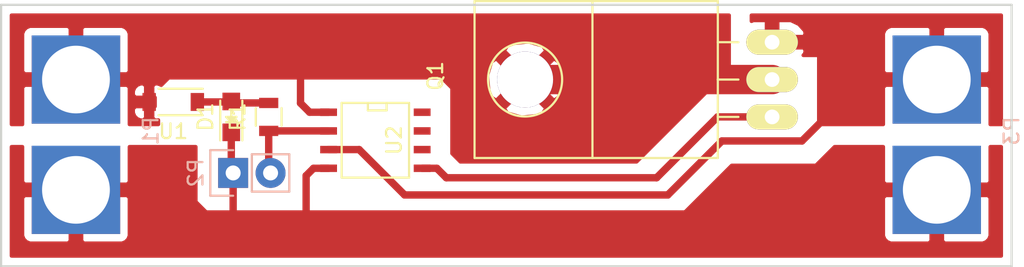
<source format=kicad_pcb>
(kicad_pcb (version 4) (host pcbnew 4.0.4+e1-6308~48~ubuntu16.04.1-stable)

  (general
    (links 15)
    (no_connects 0)
    (area 106.604999 65.510999 176.335 83.895001)
    (thickness 1.6)
    (drawings 4)
    (tracks 31)
    (zones 0)
    (modules 8)
    (nets 7)
  )

  (page A4)
  (layers
    (0 F.Cu signal)
    (31 B.Cu signal)
    (32 B.Adhes user)
    (33 F.Adhes user)
    (34 B.Paste user)
    (35 F.Paste user)
    (36 B.SilkS user)
    (37 F.SilkS user)
    (38 B.Mask user)
    (39 F.Mask user)
    (40 Dwgs.User user)
    (41 Cmts.User user)
    (42 Eco1.User user)
    (43 Eco2.User user)
    (44 Edge.Cuts user)
    (45 Margin user)
    (46 B.CrtYd user)
    (47 F.CrtYd user)
    (48 B.Fab user hide)
    (49 F.Fab user hide)
  )

  (setup
    (last_trace_width 0.5)
    (user_trace_width 0.4)
    (user_trace_width 0.5)
    (user_trace_width 0.6)
    (user_trace_width 1)
    (user_trace_width 2)
    (user_trace_width 3)
    (user_trace_width 4)
    (trace_clearance 0.2)
    (zone_clearance 0.508)
    (zone_45_only no)
    (trace_min 0.2)
    (segment_width 0.2)
    (edge_width 0.15)
    (via_size 0.6)
    (via_drill 0.4)
    (via_min_size 0.4)
    (via_min_drill 0.3)
    (uvia_size 0.3)
    (uvia_drill 0.1)
    (uvias_allowed no)
    (uvia_min_size 0.2)
    (uvia_min_drill 0.1)
    (pcb_text_width 0.3)
    (pcb_text_size 1.5 1.5)
    (mod_edge_width 0.15)
    (mod_text_size 1 1)
    (mod_text_width 0.15)
    (pad_size 1.524 1.524)
    (pad_drill 0.762)
    (pad_to_mask_clearance 0.2)
    (aux_axis_origin 0 0)
    (visible_elements FFFFFF7F)
    (pcbplotparams
      (layerselection 0x01000_00000001)
      (usegerberextensions false)
      (excludeedgelayer true)
      (linewidth 0.100000)
      (plotframeref false)
      (viasonmask false)
      (mode 1)
      (useauxorigin false)
      (hpglpennumber 1)
      (hpglpenspeed 20)
      (hpglpendiameter 15)
      (hpglpenoverlay 2)
      (psnegative false)
      (psa4output false)
      (plotreference true)
      (plotvalue true)
      (plotinvisibletext false)
      (padsonsilk false)
      (subtractmaskfromsilk false)
      (outputformat 1)
      (mirror false)
      (drillshape 0)
      (scaleselection 1)
      (outputdirectory /media/mdh/ALEX_A/))
  )

  (net 0 "")
  (net 1 "Net-(D1-Pad2)")
  (net 2 /In-)
  (net 3 /In+)
  (net 4 "Net-(P2-Pad2)")
  (net 5 /Out+)
  (net 6 "Net-(Q1-Pad1)")

  (net_class Default "This is the default net class."
    (clearance 0.2)
    (trace_width 0.25)
    (via_dia 0.6)
    (via_drill 0.4)
    (uvia_dia 0.3)
    (uvia_drill 0.1)
    (add_net /In+)
    (add_net /In-)
    (add_net /Out+)
    (add_net "Net-(D1-Pad2)")
    (add_net "Net-(P2-Pad2)")
    (add_net "Net-(Q1-Pad1)")
  )

  (module LEDs:LED_0805 (layer F.Cu) (tedit 55BDE1C2) (tstamp 582199ED)
    (at 122.301 73.66 90)
    (descr "LED 0805 smd package")
    (tags "LED 0805 SMD")
    (path /58219A71)
    (attr smd)
    (fp_text reference D1 (at 0 -1.75 90) (layer F.SilkS)
      (effects (font (size 1 1) (thickness 0.15)))
    )
    (fp_text value LED (at 0 1.75 90) (layer F.Fab)
      (effects (font (size 1 1) (thickness 0.15)))
    )
    (fp_line (start -0.4 -0.3) (end -0.4 0.3) (layer F.Fab) (width 0.15))
    (fp_line (start -0.3 0) (end 0 -0.3) (layer F.Fab) (width 0.15))
    (fp_line (start 0 0.3) (end -0.3 0) (layer F.Fab) (width 0.15))
    (fp_line (start 0 -0.3) (end 0 0.3) (layer F.Fab) (width 0.15))
    (fp_line (start 1 -0.6) (end -1 -0.6) (layer F.Fab) (width 0.15))
    (fp_line (start 1 0.6) (end 1 -0.6) (layer F.Fab) (width 0.15))
    (fp_line (start -1 0.6) (end 1 0.6) (layer F.Fab) (width 0.15))
    (fp_line (start -1 -0.6) (end -1 0.6) (layer F.Fab) (width 0.15))
    (fp_line (start -1.6 0.75) (end 1.1 0.75) (layer F.SilkS) (width 0.15))
    (fp_line (start -1.6 -0.75) (end 1.1 -0.75) (layer F.SilkS) (width 0.15))
    (fp_line (start -0.1 0.15) (end -0.1 -0.1) (layer F.SilkS) (width 0.15))
    (fp_line (start -0.1 -0.1) (end -0.25 0.05) (layer F.SilkS) (width 0.15))
    (fp_line (start -0.35 -0.35) (end -0.35 0.35) (layer F.SilkS) (width 0.15))
    (fp_line (start 0 0) (end 0.35 0) (layer F.SilkS) (width 0.15))
    (fp_line (start -0.35 0) (end 0 -0.35) (layer F.SilkS) (width 0.15))
    (fp_line (start 0 -0.35) (end 0 0.35) (layer F.SilkS) (width 0.15))
    (fp_line (start 0 0.35) (end -0.35 0) (layer F.SilkS) (width 0.15))
    (fp_line (start 1.9 -0.95) (end 1.9 0.95) (layer F.CrtYd) (width 0.05))
    (fp_line (start 1.9 0.95) (end -1.9 0.95) (layer F.CrtYd) (width 0.05))
    (fp_line (start -1.9 0.95) (end -1.9 -0.95) (layer F.CrtYd) (width 0.05))
    (fp_line (start -1.9 -0.95) (end 1.9 -0.95) (layer F.CrtYd) (width 0.05))
    (pad 2 smd rect (at 1.04902 0 270) (size 1.19888 1.19888) (layers F.Cu F.Paste F.Mask)
      (net 1 "Net-(D1-Pad2)"))
    (pad 1 smd rect (at -1.04902 0 270) (size 1.19888 1.19888) (layers F.Cu F.Paste F.Mask)
      (net 2 /In-))
    (model LEDs.3dshapes/LED_0805.wrl
      (at (xyz 0 0 0))
      (scale (xyz 1 1 1))
      (rotate (xyz 0 0 0))
    )
  )

  (module KiCad-Dev:XT60 (layer B.Cu) (tedit 581F53A9) (tstamp 582199F3)
    (at 111.76 78.62 90)
    (tags "XT60 conn")
    (path /5821A0EB)
    (fp_text reference P1 (at 4 5.08 90) (layer B.SilkS)
      (effects (font (size 1 1) (thickness 0.15)) (justify mirror))
    )
    (fp_text value CONN_XT60 (at 3.81 5 90) (layer B.Fab)
      (effects (font (size 1 1) (thickness 0.15)) (justify mirror))
    )
    (fp_line (start -4.5 -2) (end -4.5 2) (layer Dwgs.User) (width 0.15))
    (fp_line (start -4.5 -2) (end -2.5 -4) (layer Dwgs.User) (width 0.15))
    (fp_line (start -4.5 2) (end -2.5 4) (layer Dwgs.User) (width 0.15))
    (fp_line (start 11.5 -4) (end -2.5 -4) (layer Dwgs.User) (width 0.15))
    (fp_line (start -2.5 4) (end 11.5 4) (layer Dwgs.User) (width 0.15))
    (fp_line (start 11.5 -4) (end 11.5 4) (layer Dwgs.User) (width 0.15))
    (pad 1 thru_hole rect (at 0 0 90) (size 6 6) (drill 4.6) (layers *.Cu *.Mask)
      (net 2 /In-))
    (pad 2 thru_hole rect (at 7.5 0 90) (size 6 6) (drill 4.6) (layers *.Cu *.Mask)
      (net 3 /In+))
  )

  (module Pin_Headers:Pin_Header_Straight_1x02 (layer B.Cu) (tedit 54EA090C) (tstamp 582199F9)
    (at 122.428 77.47 270)
    (descr "Through hole pin header")
    (tags "pin header")
    (path /58219D5A)
    (fp_text reference P2 (at 0 2.54 270) (layer B.SilkS)
      (effects (font (size 1 1) (thickness 0.15)) (justify mirror))
    )
    (fp_text value CONN_01X02 (at 0 3.1 270) (layer B.Fab)
      (effects (font (size 1 1) (thickness 0.15)) (justify mirror))
    )
    (fp_line (start 1.27 -1.27) (end 1.27 -3.81) (layer B.SilkS) (width 0.15))
    (fp_line (start 1.55 1.55) (end 1.55 0) (layer B.SilkS) (width 0.15))
    (fp_line (start -1.75 1.75) (end -1.75 -4.3) (layer B.CrtYd) (width 0.05))
    (fp_line (start 1.75 1.75) (end 1.75 -4.3) (layer B.CrtYd) (width 0.05))
    (fp_line (start -1.75 1.75) (end 1.75 1.75) (layer B.CrtYd) (width 0.05))
    (fp_line (start -1.75 -4.3) (end 1.75 -4.3) (layer B.CrtYd) (width 0.05))
    (fp_line (start 1.27 -1.27) (end -1.27 -1.27) (layer B.SilkS) (width 0.15))
    (fp_line (start -1.55 0) (end -1.55 1.55) (layer B.SilkS) (width 0.15))
    (fp_line (start -1.55 1.55) (end 1.55 1.55) (layer B.SilkS) (width 0.15))
    (fp_line (start -1.27 -1.27) (end -1.27 -3.81) (layer B.SilkS) (width 0.15))
    (fp_line (start -1.27 -3.81) (end 1.27 -3.81) (layer B.SilkS) (width 0.15))
    (pad 1 thru_hole rect (at 0 0 270) (size 2.032 2.032) (drill 1.016) (layers *.Cu *.Mask)
      (net 2 /In-))
    (pad 2 thru_hole oval (at 0 -2.54 270) (size 2.032 2.032) (drill 1.016) (layers *.Cu *.Mask)
      (net 4 "Net-(P2-Pad2)"))
    (model Pin_Headers.3dshapes/Pin_Header_Straight_1x02.wrl
      (at (xyz 0 -0.05 0))
      (scale (xyz 1 1 1))
      (rotate (xyz 0 0 90))
    )
  )

  (module KiCad-Dev:XT60 (layer B.Cu) (tedit 581F53A9) (tstamp 582199FF)
    (at 170.18 78.62 90)
    (tags "XT60 conn")
    (path /58219FF4)
    (fp_text reference P3 (at 4 5.08 90) (layer B.SilkS)
      (effects (font (size 1 1) (thickness 0.15)) (justify mirror))
    )
    (fp_text value CONN_XT60 (at 3.81 5 90) (layer B.Fab)
      (effects (font (size 1 1) (thickness 0.15)) (justify mirror))
    )
    (fp_line (start -4.5 -2) (end -4.5 2) (layer Dwgs.User) (width 0.15))
    (fp_line (start -4.5 -2) (end -2.5 -4) (layer Dwgs.User) (width 0.15))
    (fp_line (start -4.5 2) (end -2.5 4) (layer Dwgs.User) (width 0.15))
    (fp_line (start 11.5 -4) (end -2.5 -4) (layer Dwgs.User) (width 0.15))
    (fp_line (start -2.5 4) (end 11.5 4) (layer Dwgs.User) (width 0.15))
    (fp_line (start 11.5 -4) (end 11.5 4) (layer Dwgs.User) (width 0.15))
    (pad 1 thru_hole rect (at 0 0 90) (size 6 6) (drill 4.6) (layers *.Cu *.Mask)
      (net 2 /In-))
    (pad 2 thru_hole rect (at 7.5 0 90) (size 6 6) (drill 4.6) (layers *.Cu *.Mask)
      (net 5 /Out+))
  )

  (module KiCad-Dev:TO-220_Horizontal_LargePads_HeatsinkPad (layer F.Cu) (tedit 5818BBC2) (tstamp 58219A07)
    (at 159.004 71.12 90)
    (descr TO-220)
    (tags TO-220)
    (path /5821986A)
    (fp_text reference Q1 (at 0.24892 -22.84984 90) (layer F.SilkS)
      (effects (font (size 1 1) (thickness 0.15)))
    )
    (fp_text value IRFB7537PbF (at -0.20066 4.24942 90) (layer F.Fab)
      (effects (font (size 1 1) (thickness 0.15)))
    )
    (fp_line (start -2.54 -3.683) (end -2.54 -2.286) (layer F.SilkS) (width 0.15))
    (fp_line (start 0 -3.683) (end 0 -2.286) (layer F.SilkS) (width 0.15))
    (fp_line (start 2.54 -3.683) (end 2.54 -2.286) (layer F.SilkS) (width 0.15))
    (fp_circle (center 0 -16.764) (end 1.778 -14.986) (layer F.SilkS) (width 0.15))
    (fp_line (start 5.334 -12.192) (end 5.334 -20.193) (layer F.SilkS) (width 0.15))
    (fp_line (start 5.334 -20.193) (end -5.334 -20.193) (layer F.SilkS) (width 0.15))
    (fp_line (start -5.334 -20.193) (end -5.334 -12.192) (layer F.SilkS) (width 0.15))
    (fp_line (start 5.334 -3.683) (end 5.334 -12.192) (layer F.SilkS) (width 0.15))
    (fp_line (start 5.334 -12.192) (end -5.334 -12.192) (layer F.SilkS) (width 0.15))
    (fp_line (start -5.334 -12.192) (end -5.334 -3.683) (layer F.SilkS) (width 0.15))
    (fp_line (start 0 -3.683) (end -5.334 -3.683) (layer F.SilkS) (width 0.15))
    (fp_line (start 0 -3.683) (end 5.334 -3.683) (layer F.SilkS) (width 0.15))
    (pad 2 thru_hole oval (at 0 0 180) (size 3.50012 1.69926) (drill 1.00076) (layers *.Cu *.Mask F.SilkS)
      (net 3 /In+))
    (pad 1 thru_hole oval (at -2.54 0 180) (size 3.50012 1.69926) (drill 1.00076) (layers *.Cu *.Mask F.SilkS)
      (net 6 "Net-(Q1-Pad1)"))
    (pad 3 thru_hole oval (at 2.54 0 180) (size 3.50012 1.69926) (drill 1.00076) (layers *.Cu *.Mask F.SilkS)
      (net 5 /Out+))
    (pad 2 thru_hole circle (at 0 -16.764 180) (size 3.79984 3.79984) (drill 3.79984) (layers *.Cu *.Mask)
      (net 3 /In+))
    (model TO_SOT_Packages_THT.3dshapes/TO-220_Neutral123_Horizontal_LargePads.wrl
      (at (xyz 0 0 0))
      (scale (xyz 0.3937 0.3937 0.3937))
      (rotate (xyz 0 0 0))
    )
  )

  (module Resistors_SMD:R_0805 (layer F.Cu) (tedit 5415CDEB) (tstamp 58219A0D)
    (at 124.841 73.66 90)
    (descr "Resistor SMD 0805, reflow soldering, Vishay (see dcrcw.pdf)")
    (tags "resistor 0805")
    (path /58219C65)
    (attr smd)
    (fp_text reference R1 (at 0 -2.1 90) (layer F.SilkS)
      (effects (font (size 1 1) (thickness 0.15)))
    )
    (fp_text value 10k (at 0 2.1 90) (layer F.Fab)
      (effects (font (size 1 1) (thickness 0.15)))
    )
    (fp_line (start -1.6 -1) (end 1.6 -1) (layer F.CrtYd) (width 0.05))
    (fp_line (start -1.6 1) (end 1.6 1) (layer F.CrtYd) (width 0.05))
    (fp_line (start -1.6 -1) (end -1.6 1) (layer F.CrtYd) (width 0.05))
    (fp_line (start 1.6 -1) (end 1.6 1) (layer F.CrtYd) (width 0.05))
    (fp_line (start 0.6 0.875) (end -0.6 0.875) (layer F.SilkS) (width 0.15))
    (fp_line (start -0.6 -0.875) (end 0.6 -0.875) (layer F.SilkS) (width 0.15))
    (pad 1 smd rect (at -0.95 0 90) (size 0.7 1.3) (layers F.Cu F.Paste F.Mask)
      (net 4 "Net-(P2-Pad2)"))
    (pad 2 smd rect (at 0.95 0 90) (size 0.7 1.3) (layers F.Cu F.Paste F.Mask)
      (net 1 "Net-(D1-Pad2)"))
    (model Resistors_SMD.3dshapes/R_0805.wrl
      (at (xyz 0 0 0))
      (scale (xyz 1 1 1))
      (rotate (xyz 0 0 0))
    )
  )

  (module Diodes_SMD:SOD-123 (layer F.Cu) (tedit 5753A53E) (tstamp 58219A13)
    (at 118.364 72.644 180)
    (descr SOD-123)
    (tags SOD-123)
    (path /58219A96)
    (attr smd)
    (fp_text reference U1 (at 0 -2 180) (layer F.SilkS)
      (effects (font (size 1 1) (thickness 0.15)))
    )
    (fp_text value NSI45020AT1G (at 0 2.1 180) (layer F.Fab)
      (effects (font (size 1 1) (thickness 0.15)))
    )
    (fp_line (start 0.25 0) (end 0.75 0) (layer F.Fab) (width 0.15))
    (fp_line (start 0.25 0.4) (end -0.35 0) (layer F.Fab) (width 0.15))
    (fp_line (start 0.25 -0.4) (end 0.25 0.4) (layer F.Fab) (width 0.15))
    (fp_line (start -0.35 0) (end 0.25 -0.4) (layer F.Fab) (width 0.15))
    (fp_line (start -0.35 0) (end -0.35 0.55) (layer F.Fab) (width 0.15))
    (fp_line (start -0.35 0) (end -0.35 -0.55) (layer F.Fab) (width 0.15))
    (fp_line (start -0.75 0) (end -0.35 0) (layer F.Fab) (width 0.15))
    (fp_line (start -1.35 0.8) (end -1.35 -0.8) (layer F.Fab) (width 0.15))
    (fp_line (start 1.35 0.8) (end -1.35 0.8) (layer F.Fab) (width 0.15))
    (fp_line (start 1.35 -0.8) (end 1.35 0.8) (layer F.Fab) (width 0.15))
    (fp_line (start -1.35 -0.8) (end 1.35 -0.8) (layer F.Fab) (width 0.15))
    (fp_line (start -2.25 -1.05) (end 2.25 -1.05) (layer F.CrtYd) (width 0.05))
    (fp_line (start 2.25 -1.05) (end 2.25 1.05) (layer F.CrtYd) (width 0.05))
    (fp_line (start 2.25 1.05) (end -2.25 1.05) (layer F.CrtYd) (width 0.05))
    (fp_line (start -2.25 -1.05) (end -2.25 1.05) (layer F.CrtYd) (width 0.05))
    (fp_line (start -2 0.9) (end 1 0.9) (layer F.SilkS) (width 0.15))
    (fp_line (start -2 -0.9) (end 1 -0.9) (layer F.SilkS) (width 0.15))
    (pad 1 smd rect (at -1.635 0 180) (size 0.91 1.22) (layers F.Cu F.Paste F.Mask)
      (net 1 "Net-(D1-Pad2)"))
    (pad 2 smd rect (at 1.635 0 180) (size 0.91 1.22) (layers F.Cu F.Paste F.Mask)
      (net 3 /In+))
    (model ${KISYS3DMOD}/Diodes_SMD.3dshapes/SOD-123.wrl
      (at (xyz 0 0 0))
      (scale (xyz 1 1 1))
      (rotate (xyz 0 0 0))
    )
  )

  (module SMD_Packages:SOIC-8-N (layer F.Cu) (tedit 0) (tstamp 58219A1F)
    (at 132.08 75.2475 270)
    (descr "Module Narrow CMS SOJ 8 pins large")
    (tags "CMS SOJ")
    (path /582199B7)
    (attr smd)
    (fp_text reference U2 (at 0 -1.27 270) (layer F.SilkS)
      (effects (font (size 1 1) (thickness 0.15)))
    )
    (fp_text value MIC5014 (at 0 1.27 270) (layer F.Fab)
      (effects (font (size 1 1) (thickness 0.15)))
    )
    (fp_line (start -2.54 -2.286) (end 2.54 -2.286) (layer F.SilkS) (width 0.15))
    (fp_line (start 2.54 -2.286) (end 2.54 2.286) (layer F.SilkS) (width 0.15))
    (fp_line (start 2.54 2.286) (end -2.54 2.286) (layer F.SilkS) (width 0.15))
    (fp_line (start -2.54 2.286) (end -2.54 -2.286) (layer F.SilkS) (width 0.15))
    (fp_line (start -2.54 -0.762) (end -2.032 -0.762) (layer F.SilkS) (width 0.15))
    (fp_line (start -2.032 -0.762) (end -2.032 0.508) (layer F.SilkS) (width 0.15))
    (fp_line (start -2.032 0.508) (end -2.54 0.508) (layer F.SilkS) (width 0.15))
    (pad 8 smd rect (at -1.905 -3.175 270) (size 0.508 1.143) (layers F.Cu F.Paste F.Mask))
    (pad 7 smd rect (at -0.635 -3.175 270) (size 0.508 1.143) (layers F.Cu F.Paste F.Mask))
    (pad 6 smd rect (at 0.635 -3.175 270) (size 0.508 1.143) (layers F.Cu F.Paste F.Mask))
    (pad 5 smd rect (at 1.905 -3.175 270) (size 0.508 1.143) (layers F.Cu F.Paste F.Mask)
      (net 6 "Net-(Q1-Pad1)"))
    (pad 4 smd rect (at 1.905 3.175 270) (size 0.508 1.143) (layers F.Cu F.Paste F.Mask)
      (net 2 /In-))
    (pad 3 smd rect (at 0.635 3.175 270) (size 0.508 1.143) (layers F.Cu F.Paste F.Mask)
      (net 5 /Out+))
    (pad 2 smd rect (at -0.635 3.175 270) (size 0.508 1.143) (layers F.Cu F.Paste F.Mask)
      (net 4 "Net-(P2-Pad2)"))
    (pad 1 smd rect (at -1.905 3.175 270) (size 0.508 1.143) (layers F.Cu F.Paste F.Mask)
      (net 3 /In+))
    (model SMD_Packages.3dshapes/SOIC-8-N.wrl
      (at (xyz 0 0 0))
      (scale (xyz 0.5 0.38 0.5))
      (rotate (xyz 0 0 0))
    )
  )

  (gr_line (start 106.68 66.04) (end 175.26 66.04) (layer Edge.Cuts) (width 0.15))
  (gr_line (start 106.68 83.82) (end 106.68 66.04) (layer Edge.Cuts) (width 0.15))
  (gr_line (start 175.26 83.82) (end 106.68 83.82) (layer Edge.Cuts) (width 0.15))
  (gr_line (start 175.26 66.04) (end 175.26 83.82) (layer Edge.Cuts) (width 0.15))

  (segment (start 119.999 72.644) (end 122.26798 72.644) (width 0.5) (layer F.Cu) (net 1))
  (segment (start 122.26798 72.644) (end 122.301 72.61098) (width 0.5) (layer F.Cu) (net 1))
  (segment (start 124.841 72.71) (end 122.40002 72.71) (width 0.5) (layer F.Cu) (net 1))
  (segment (start 122.40002 72.71) (end 122.301 72.61098) (width 0.5) (layer F.Cu) (net 1))
  (segment (start 120.065 72.71) (end 119.999 72.644) (width 0.5) (layer F.Cu) (net 1))
  (segment (start 122.40002 72.456) (end 122.301 72.35698) (width 0.5) (layer F.Cu) (net 1))
  (segment (start 122.428 77.47) (end 122.428 80.518) (width 0.5) (layer F.Cu) (net 2))
  (segment (start 128.905 77.1525) (end 127.883456 77.1525) (width 0.5) (layer F.Cu) (net 2))
  (segment (start 127.883456 77.1525) (end 127.381 77.654956) (width 0.5) (layer F.Cu) (net 2))
  (segment (start 127.381 77.654956) (end 127.381 80.772) (width 0.5) (layer F.Cu) (net 2))
  (segment (start 122.301 74.70902) (end 122.301 77.343) (width 0.5) (layer F.Cu) (net 2))
  (segment (start 122.301 77.343) (end 122.428 77.47) (width 0.5) (layer F.Cu) (net 2))
  (segment (start 128.905 73.3425) (end 127.617195 73.3425) (width 0.5) (layer F.Cu) (net 3))
  (segment (start 127.617195 73.3425) (end 127 72.725305) (width 0.5) (layer F.Cu) (net 3))
  (segment (start 127 72.725305) (end 127 69.215) (width 0.5) (layer F.Cu) (net 3))
  (segment (start 159.004 71.12) (end 142.24 71.12) (width 2) (layer F.Cu) (net 3))
  (segment (start 128.905 74.6125) (end 124.8435 74.6125) (width 0.5) (layer F.Cu) (net 4))
  (segment (start 124.8435 74.6125) (end 124.841 74.61) (width 0.5) (layer F.Cu) (net 4))
  (segment (start 124.841 74.61) (end 124.841 77.343) (width 0.5) (layer F.Cu) (net 4))
  (segment (start 124.841 77.343) (end 124.968 77.47) (width 0.5) (layer F.Cu) (net 4))
  (segment (start 128.905 75.8825) (end 130.980105 75.8825) (width 0.5) (layer F.Cu) (net 5))
  (segment (start 130.980105 75.8825) (end 134.064894 78.967289) (width 0.5) (layer F.Cu) (net 5))
  (segment (start 134.064894 78.967289) (end 151.924829 78.967289) (width 0.5) (layer F.Cu) (net 5))
  (segment (start 151.924829 78.967289) (end 155.596386 75.295732) (width 0.5) (layer F.Cu) (net 5))
  (segment (start 155.596386 75.295732) (end 161.030792 75.295732) (width 0.5) (layer F.Cu) (net 5))
  (segment (start 161.030792 75.295732) (end 162.666524 73.66) (width 0.5) (layer F.Cu) (net 5))
  (segment (start 135.255 77.1525) (end 136.249404 77.1525) (width 0.5) (layer F.Cu) (net 6))
  (segment (start 136.249404 77.1525) (end 136.892587 77.795683) (width 0.5) (layer F.Cu) (net 6))
  (segment (start 136.892587 77.795683) (end 151.168072 77.795683) (width 0.5) (layer F.Cu) (net 6))
  (segment (start 151.168072 77.795683) (end 155.303755 73.66) (width 0.5) (layer F.Cu) (net 6))
  (segment (start 155.303755 73.66) (end 159.004 73.66) (width 0.5) (layer F.Cu) (net 6))

  (zone (net 5) (net_name /Out+) (layer F.Cu) (tstamp 0) (hatch edge 0.508)
    (connect_pads (clearance 0.508))
    (min_thickness 0.254)
    (fill yes (arc_segments 16) (thermal_gap 0.508) (thermal_bridge_width 1))
    (polygon
      (pts
        (xy 175.26 74.295) (xy 175.26 66.04) (xy 157.48 66.04) (xy 157.48 69.596) (xy 162.052 69.596)
        (xy 162.052 74.295)
      )
    )
    (filled_polygon
      (pts
        (xy 174.55 74.168) (xy 173.815 74.168) (xy 173.815 71.65175) (xy 173.65625 71.493) (xy 170.553 71.493)
        (xy 170.553 71.513) (xy 169.807 71.513) (xy 169.807 71.493) (xy 166.70375 71.493) (xy 166.545 71.65175)
        (xy 166.545 74.168) (xy 162.179 74.168) (xy 162.179 69.596) (xy 162.168994 69.54659) (xy 162.140553 69.504965)
        (xy 162.098159 69.477685) (xy 162.052 69.469) (xy 161.124788 69.469) (xy 161.217972 69.366041) (xy 161.265398 69.173206)
        (xy 161.176762 68.953) (xy 159.377 68.953) (xy 159.377 68.973) (xy 158.631 68.973) (xy 158.631 68.953)
        (xy 158.611 68.953) (xy 158.611 68.207) (xy 158.631 68.207) (xy 158.631 67.09537) (xy 159.377 67.09537)
        (xy 159.377 68.207) (xy 161.176762 68.207) (xy 161.262621 67.993691) (xy 166.545 67.993691) (xy 166.545 70.58825)
        (xy 166.70375 70.747) (xy 169.807 70.747) (xy 169.807 67.64375) (xy 170.553 67.64375) (xy 170.553 70.747)
        (xy 173.65625 70.747) (xy 173.815 70.58825) (xy 173.815 67.993691) (xy 173.718327 67.760302) (xy 173.539699 67.581673)
        (xy 173.30631 67.485) (xy 170.71175 67.485) (xy 170.553 67.64375) (xy 169.807 67.64375) (xy 169.64825 67.485)
        (xy 167.05369 67.485) (xy 166.820301 67.581673) (xy 166.641673 67.760302) (xy 166.545 67.993691) (xy 161.262621 67.993691)
        (xy 161.265398 67.986794) (xy 161.217972 67.793959) (xy 160.81718 67.351122) (xy 160.27743 67.09537) (xy 159.377 67.09537)
        (xy 158.631 67.09537) (xy 157.73057 67.09537) (xy 157.607 67.153922) (xy 157.607 66.75) (xy 174.55 66.75)
      )
    )
  )
  (zone (net 3) (net_name /In+) (layer F.Cu) (tstamp 0) (hatch edge 0.508)
    (connect_pads (clearance 0.508))
    (min_thickness 0.254)
    (fill yes (arc_segments 16) (thermal_gap 0.508) (thermal_bridge_width 1))
    (polygon
      (pts
        (xy 106.68 66.04) (xy 154.94 66.04) (xy 156.21 66.04) (xy 156.21 70.485) (xy 149.86 76.835)
        (xy 137.795 76.835) (xy 137.16 76.2) (xy 137.16 71.755) (xy 136.525 71.12) (xy 118.11 71.12)
        (xy 117.475 71.755) (xy 117.475 74.295) (xy 106.68 74.295)
      )
    )
    (filled_polygon
      (pts
        (xy 156.083 70.432394) (xy 149.807394 76.708) (xy 137.847606 76.708) (xy 137.287 76.147394) (xy 137.287 73.078674)
        (xy 140.808827 73.078674) (xy 141.038488 73.408326) (xy 142.005651 73.693936) (xy 143.008492 73.587688) (xy 143.441512 73.408326)
        (xy 143.671173 73.078674) (xy 142.24 71.647502) (xy 140.808827 73.078674) (xy 137.287 73.078674) (xy 137.287 71.755)
        (xy 137.276994 71.70559) (xy 137.249803 71.665197) (xy 136.614803 71.030197) (xy 136.572789 71.002334) (xy 136.525 70.993)
        (xy 118.11 70.993) (xy 118.06059 71.003006) (xy 118.020197 71.030197) (xy 117.54921 71.501184) (xy 117.543698 71.495673)
        (xy 117.310309 71.399) (xy 117.11525 71.399) (xy 116.9565 71.55775) (xy 116.9565 72.339) (xy 117.122 72.339)
        (xy 117.122 72.949) (xy 116.9565 72.949) (xy 116.9565 73.73025) (xy 117.11525 73.889) (xy 117.310309 73.889)
        (xy 117.348 73.873388) (xy 117.348 74.168) (xy 115.395 74.168) (xy 115.395 73.10775) (xy 115.639 73.10775)
        (xy 115.639 73.38031) (xy 115.735673 73.613699) (xy 115.914302 73.792327) (xy 116.147691 73.889) (xy 116.34275 73.889)
        (xy 116.5015 73.73025) (xy 116.5015 72.949) (xy 115.79775 72.949) (xy 115.639 73.10775) (xy 115.395 73.10775)
        (xy 115.395 71.90769) (xy 115.639 71.90769) (xy 115.639 72.18025) (xy 115.79775 72.339) (xy 116.5015 72.339)
        (xy 116.5015 71.55775) (xy 116.34275 71.399) (xy 116.147691 71.399) (xy 115.914302 71.495673) (xy 115.735673 71.674301)
        (xy 115.639 71.90769) (xy 115.395 71.90769) (xy 115.395 71.65175) (xy 115.23625 71.493) (xy 112.133 71.493)
        (xy 112.133 71.513) (xy 111.387 71.513) (xy 111.387 71.493) (xy 108.28375 71.493) (xy 108.125 71.65175)
        (xy 108.125 74.168) (xy 107.39 74.168) (xy 107.39 70.885651) (xy 139.666064 70.885651) (xy 139.772312 71.888492)
        (xy 139.951674 72.321512) (xy 140.281326 72.551173) (xy 141.712498 71.12) (xy 142.767502 71.12) (xy 144.198674 72.551173)
        (xy 144.528326 72.321512) (xy 144.813936 71.354349) (xy 144.707688 70.351508) (xy 144.528326 69.918488) (xy 144.198674 69.688827)
        (xy 142.767502 71.12) (xy 141.712498 71.12) (xy 140.281326 69.688827) (xy 139.951674 69.918488) (xy 139.666064 70.885651)
        (xy 107.39 70.885651) (xy 107.39 67.993691) (xy 108.125 67.993691) (xy 108.125 70.58825) (xy 108.28375 70.747)
        (xy 111.387 70.747) (xy 111.387 67.64375) (xy 112.133 67.64375) (xy 112.133 70.747) (xy 115.23625 70.747)
        (xy 115.395 70.58825) (xy 115.395 69.161326) (xy 140.808827 69.161326) (xy 142.24 70.592498) (xy 143.671173 69.161326)
        (xy 143.441512 68.831674) (xy 142.474349 68.546064) (xy 141.471508 68.652312) (xy 141.038488 68.831674) (xy 140.808827 69.161326)
        (xy 115.395 69.161326) (xy 115.395 67.993691) (xy 115.298327 67.760302) (xy 115.119699 67.581673) (xy 114.88631 67.485)
        (xy 112.29175 67.485) (xy 112.133 67.64375) (xy 111.387 67.64375) (xy 111.22825 67.485) (xy 108.63369 67.485)
        (xy 108.400301 67.581673) (xy 108.221673 67.760302) (xy 108.125 67.993691) (xy 107.39 67.993691) (xy 107.39 66.75)
        (xy 156.083 66.75)
      )
    )
  )
  (zone (net 2) (net_name /In-) (layer F.Cu) (tstamp 0) (hatch edge 0.508)
    (connect_pads (clearance 0.508))
    (min_thickness 0.254)
    (fill yes (arc_segments 16) (thermal_gap 0.508) (thermal_bridge_width 1))
    (polygon
      (pts
        (xy 175.26 75.565) (xy 175.26 83.82) (xy 106.68 83.82) (xy 106.68 75.565) (xy 120.015 75.565)
        (xy 120.015 79.375) (xy 120.65 80.01) (xy 123.825 80.01) (xy 153.035 80.01) (xy 156.21 76.835)
        (xy 161.925 76.835) (xy 163.195 75.565)
      )
    )
    (filled_polygon
      (pts
        (xy 108.125 78.08825) (xy 108.28375 78.247) (xy 111.387 78.247) (xy 111.387 78.227) (xy 112.133 78.227)
        (xy 112.133 78.247) (xy 115.23625 78.247) (xy 115.395 78.08825) (xy 115.395 75.692) (xy 119.888 75.692)
        (xy 119.888 79.375) (xy 119.898006 79.42441) (xy 119.925197 79.464803) (xy 120.560197 80.099803) (xy 120.602211 80.127666)
        (xy 120.65 80.137) (xy 153.035 80.137) (xy 153.08441 80.126994) (xy 153.124803 80.099803) (xy 154.072856 79.15175)
        (xy 166.545 79.15175) (xy 166.545 81.746309) (xy 166.641673 81.979698) (xy 166.820301 82.158327) (xy 167.05369 82.255)
        (xy 169.64825 82.255) (xy 169.807 82.09625) (xy 169.807 78.993) (xy 170.553 78.993) (xy 170.553 82.09625)
        (xy 170.71175 82.255) (xy 173.30631 82.255) (xy 173.539699 82.158327) (xy 173.718327 81.979698) (xy 173.815 81.746309)
        (xy 173.815 79.15175) (xy 173.65625 78.993) (xy 170.553 78.993) (xy 169.807 78.993) (xy 166.70375 78.993)
        (xy 166.545 79.15175) (xy 154.072856 79.15175) (xy 156.262606 76.962) (xy 161.925 76.962) (xy 161.97441 76.951994)
        (xy 162.014803 76.924803) (xy 163.247606 75.692) (xy 166.545 75.692) (xy 166.545 78.08825) (xy 166.70375 78.247)
        (xy 169.807 78.247) (xy 169.807 78.227) (xy 170.553 78.227) (xy 170.553 78.247) (xy 173.65625 78.247)
        (xy 173.815 78.08825) (xy 173.815 75.692) (xy 174.55 75.692) (xy 174.55 83.11) (xy 107.39 83.11)
        (xy 107.39 79.15175) (xy 108.125 79.15175) (xy 108.125 81.746309) (xy 108.221673 81.979698) (xy 108.400301 82.158327)
        (xy 108.63369 82.255) (xy 111.22825 82.255) (xy 111.387 82.09625) (xy 111.387 78.993) (xy 112.133 78.993)
        (xy 112.133 82.09625) (xy 112.29175 82.255) (xy 114.88631 82.255) (xy 115.119699 82.158327) (xy 115.298327 81.979698)
        (xy 115.395 81.746309) (xy 115.395 79.15175) (xy 115.23625 78.993) (xy 112.133 78.993) (xy 111.387 78.993)
        (xy 108.28375 78.993) (xy 108.125 79.15175) (xy 107.39 79.15175) (xy 107.39 75.692) (xy 108.125 75.692)
      )
    )
  )
)

</source>
